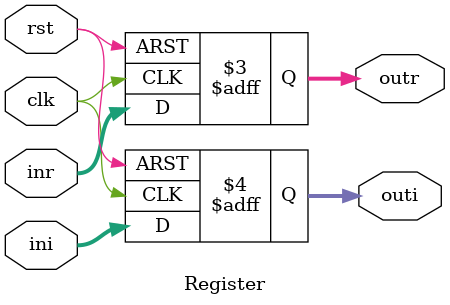
<source format=v>
module Register #(parameter size=8)(inr,ini,outr,outi,clk,rst);
input wire clk,rst;
input wire [size-1:0] inr,ini;
output reg [size-1:0] outr,outi;


always @ (posedge clk or negedge rst)
	begin
		if(!rst)
			begin outr<=0; outi<=0; end
		else
			begin
				outr<=inr;
				outi<=ini;
			end
	end
endmodule

</source>
